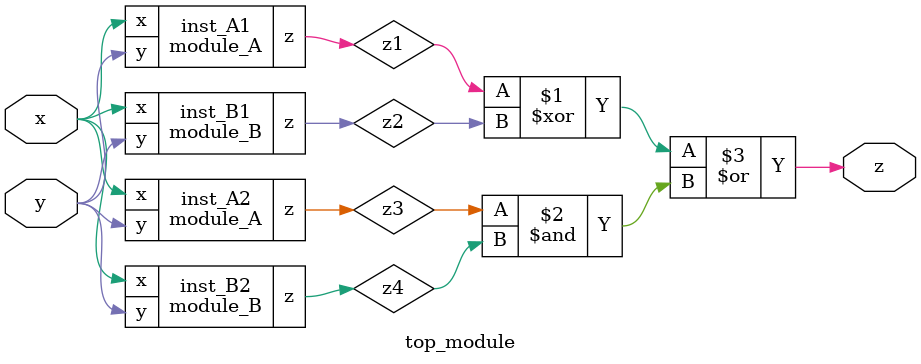
<source format=sv>
module module_A(
    input x,
    input y,
    output z
);

assign z = (x ^ y) & x;

endmodule
module module_B(
    input x,
    input y,
    output z
);

assign z = (x & ~y) | (~x & y);

endmodule
module top_module(
    input x,
    input y,
    output z
);

wire z1, z2, z3, z4;

module_A inst_A1(
    .x(x),
    .y(y),
    .z(z1)
);

module_B inst_B1(
    .x(x),
    .y(y),
    .z(z2)
);

module_A inst_A2(
    .x(x),
    .y(y),
    .z(z3)
);

module_B inst_B2(
    .x(x),
    .y(y),
    .z(z4)
);

assign z = (z1 ^ z2) | (z3 & z4);

endmodule

</source>
